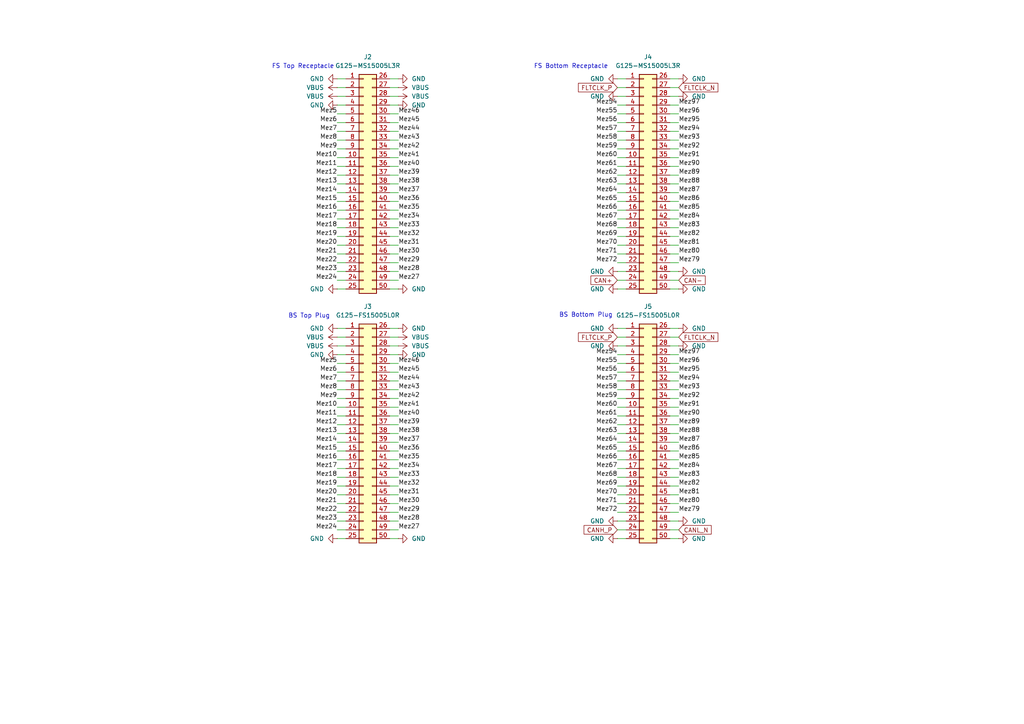
<source format=kicad_sch>
(kicad_sch (version 20250114) (generator "eeschema") (generator_version "9.0")
  (paper "A4")
  (lib_symbols
    (symbol "Connector_Generic:Conn_02x25_Top_Bottom" (pin_names (offset 1.016) (hide yes))
      (property "Reference" "J" (at 1.27 33.02 0))
      (property "Value" "Conn_02x25_Top_Bottom" (at 1.27 -33.02 0))
      (symbol "Conn_02x25_Top_Bottom_1_1"
        (rectangle (start -1.27 31.75) (end 3.81 -31.75) (stroke (width 0.254)) (fill (type background)))
        (rectangle (start -1.27 30.607) (end 0 30.353) (stroke (width 0.1524)))
        (rectangle (start -1.27 28.067) (end 0 27.813) (stroke (width 0.1524)))
        (rectangle (start -1.27 25.527) (end 0 25.273) (stroke (width 0.1524)))
        (rectangle (start -1.27 22.987) (end 0 22.733) (stroke (width 0.1524)))
        (rectangle (start -1.27 20.447) (end 0 20.193) (stroke (width 0.1524)))
        (rectangle (start -1.27 17.907) (end 0 17.653) (stroke (width 0.1524)))
        (rectangle (start -1.27 15.367) (end 0 15.113) (stroke (width 0.1524)))
        (rectangle (start -1.27 12.827) (end 0 12.573) (stroke (width 0.1524)))
        (rectangle (start -1.27 10.287) (end 0 10.033) (stroke (width 0.1524)))
        (rectangle (start -1.27 7.747) (end 0 7.493) (stroke (width 0.1524)))
        (rectangle (start -1.27 5.207) (end 0 4.953) (stroke (width 0.1524)))
        (rectangle (start -1.27 2.667) (end 0 2.413) (stroke (width 0.1524)))
        (rectangle (start -1.27 0.127) (end 0 -0.127) (stroke (width 0.1524)))
        (rectangle (start -1.27 -2.413) (end 0 -2.667) (stroke (width 0.1524)))
        (rectangle (start -1.27 -4.953) (end 0 -5.207) (stroke (width 0.1524)))
        (rectangle (start -1.27 -7.493) (end 0 -7.747) (stroke (width 0.1524)))
        (rectangle (start -1.27 -10.033) (end 0 -10.287) (stroke (width 0.1524)))
        (rectangle (start -1.27 -12.573) (end 0 -12.827) (stroke (width 0.1524)))
        (rectangle (start -1.27 -15.113) (end 0 -15.367) (stroke (width 0.1524)))
        (rectangle (start -1.27 -17.653) (end 0 -17.907) (stroke (width 0.1524)))
        (rectangle (start -1.27 -20.193) (end 0 -20.447) (stroke (width 0.1524)))
        (rectangle (start -1.27 -22.733) (end 0 -22.987) (stroke (width 0.1524)))
        (rectangle (start -1.27 -25.273) (end 0 -25.527) (stroke (width 0.1524)))
        (rectangle (start -1.27 -27.813) (end 0 -28.067) (stroke (width 0.1524)))
        (rectangle (start -1.27 -30.353) (end 0 -30.607) (stroke (width 0.1524)))
        (rectangle (start 3.81 30.607) (end 2.54 30.353) (stroke (width 0.1524)))
        (rectangle (start 3.81 28.067) (end 2.54 27.813) (stroke (width 0.1524)))
        (rectangle (start 3.81 25.527) (end 2.54 25.273) (stroke (width 0.1524)))
        (rectangle (start 3.81 22.987) (end 2.54 22.733) (stroke (width 0.1524)))
        (rectangle (start 3.81 20.447) (end 2.54 20.193) (stroke (width 0.1524)))
        (rectangle (start 3.81 17.907) (end 2.54 17.653) (stroke (width 0.1524)))
        (rectangle (start 3.81 15.367) (end 2.54 15.113) (stroke (width 0.1524)))
        (rectangle (start 3.81 12.827) (end 2.54 12.573) (stroke (width 0.1524)))
        (rectangle (start 3.81 10.287) (end 2.54 10.033) (stroke (width 0.1524)))
        (rectangle (start 3.81 7.747) (end 2.54 7.493) (stroke (width 0.1524)))
        (rectangle (start 3.81 5.207) (end 2.54 4.953) (stroke (width 0.1524)))
        (rectangle (start 3.81 2.667) (end 2.54 2.413) (stroke (width 0.1524)))
        (rectangle (start 3.81 0.127) (end 2.54 -0.127) (stroke (width 0.1524)))
        (rectangle (start 3.81 -2.413) (end 2.54 -2.667) (stroke (width 0.1524)))
        (rectangle (start 3.81 -4.953) (end 2.54 -5.207) (stroke (width 0.1524)))
        (rectangle (start 3.81 -7.493) (end 2.54 -7.747) (stroke (width 0.1524)))
        (rectangle (start 3.81 -10.033) (end 2.54 -10.287) (stroke (width 0.1524)))
        (rectangle (start 3.81 -12.573) (end 2.54 -12.827) (stroke (width 0.1524)))
        (rectangle (start 3.81 -15.113) (end 2.54 -15.367) (stroke (width 0.1524)))
        (rectangle (start 3.81 -17.653) (end 2.54 -17.907) (stroke (width 0.1524)))
        (rectangle (start 3.81 -20.193) (end 2.54 -20.447) (stroke (width 0.1524)))
        (rectangle (start 3.81 -22.733) (end 2.54 -22.987) (stroke (width 0.1524)))
        (rectangle (start 3.81 -25.273) (end 2.54 -25.527) (stroke (width 0.1524)))
        (rectangle (start 3.81 -27.813) (end 2.54 -28.067) (stroke (width 0.1524)))
        (rectangle (start 3.81 -30.353) (end 2.54 -30.607) (stroke (width 0.1524)))
        (pin passive line (at -5.08 30.48 0) (length 3.81) (name "Pin_1") (number "1"))
        (pin passive line (at -5.08 27.94 0) (length 3.81) (name "Pin_2") (number "2"))
        (pin passive line (at -5.08 25.4 0) (length 3.81) (name "Pin_3") (number "3"))
        (pin passive line (at -5.08 22.86 0) (length 3.81) (name "Pin_4") (number "4"))
        (pin passive line (at -5.08 20.32 0) (length 3.81) (name "Pin_5") (number "5"))
        (pin passive line (at -5.08 17.78 0) (length 3.81) (name "Pin_6") (number "6"))
        (pin passive line (at -5.08 15.24 0) (length 3.81) (name "Pin_7") (number "7"))
        (pin passive line (at -5.08 12.7 0) (length 3.81) (name "Pin_8") (number "8"))
        (pin passive line (at -5.08 10.16 0) (length 3.81) (name "Pin_9") (number "9"))
        (pin passive line (at -5.08 7.62 0) (length 3.81) (name "Pin_10") (number "10"))
        (pin passive line (at -5.08 5.08 0) (length 3.81) (name "Pin_11") (number "11"))
        (pin passive line (at -5.08 2.54 0) (length 3.81) (name "Pin_12") (number "12"))
        (pin passive line (at -5.08 0 0) (length 3.81) (name "Pin_13") (number "13"))
        (pin passive line (at -5.08 -2.54 0) (length 3.81) (name "Pin_14") (number "14"))
        (pin passive line (at -5.08 -5.08 0) (length 3.81) (name "Pin_15") (number "15"))
        (pin passive line (at -5.08 -7.62 0) (length 3.81) (name "Pin_16") (number "16"))
        (pin passive line (at -5.08 -10.16 0) (length 3.81) (name "Pin_17") (number "17"))
        (pin passive line (at -5.08 -12.7 0) (length 3.81) (name "Pin_18") (number "18"))
        (pin passive line (at -5.08 -15.24 0) (length 3.81) (name "Pin_19") (number "19"))
        (pin passive line (at -5.08 -17.78 0) (length 3.81) (name "Pin_20") (number "20"))
        (pin passive line (at -5.08 -20.32 0) (length 3.81) (name "Pin_21") (number "21"))
        (pin passive line (at -5.08 -22.86 0) (length 3.81) (name "Pin_22") (number "22"))
        (pin passive line (at -5.08 -25.4 0) (length 3.81) (name "Pin_23") (number "23"))
        (pin passive line (at -5.08 -27.94 0) (length 3.81) (name "Pin_24") (number "24"))
        (pin passive line (at -5.08 -30.48 0) (length 3.81) (name "Pin_25") (number "25"))
        (pin passive line (at 7.62 30.48 180) (length 3.81) (name "Pin_26") (number "26"))
        (pin passive line (at 7.62 27.94 180) (length 3.81) (name "Pin_27") (number "27"))
        (pin passive line (at 7.62 25.4 180) (length 3.81) (name "Pin_28") (number "28"))
        (pin passive line (at 7.62 22.86 180) (length 3.81) (name "Pin_29") (number "29"))
        (pin passive line (at 7.62 20.32 180) (length 3.81) (name "Pin_30") (number "30"))
        (pin passive line (at 7.62 17.78 180) (length 3.81) (name "Pin_31") (number "31"))
        (pin passive line (at 7.62 15.24 180) (length 3.81) (name "Pin_32") (number "32"))
        (pin passive line (at 7.62 12.7 180) (length 3.81) (name "Pin_33") (number "33"))
        (pin passive line (at 7.62 10.16 180) (length 3.81) (name "Pin_34") (number "34"))
        (pin passive line (at 7.62 7.62 180) (length 3.81) (name "Pin_35") (number "35"))
        (pin passive line (at 7.62 5.08 180) (length 3.81) (name "Pin_36") (number "36"))
        (pin passive line (at 7.62 2.54 180) (length 3.81) (name "Pin_37") (number "37"))
        (pin passive line (at 7.62 0 180) (length 3.81) (name "Pin_38") (number "38"))
        (pin passive line (at 7.62 -2.54 180) (length 3.81) (name "Pin_39") (number "39"))
        (pin passive line (at 7.62 -5.08 180) (length 3.81) (name "Pin_40") (number "40"))
        (pin passive line (at 7.62 -7.62 180) (length 3.81) (name "Pin_41") (number "41"))
        (pin passive line (at 7.62 -10.16 180) (length 3.81) (name "Pin_42") (number "42"))
        (pin passive line (at 7.62 -12.7 180) (length 3.81) (name "Pin_43") (number "43"))
        (pin passive line (at 7.62 -15.24 180) (length 3.81) (name "Pin_44") (number "44"))
        (pin passive line (at 7.62 -17.78 180) (length 3.81) (name "Pin_45") (number "45"))
        (pin passive line (at 7.62 -20.32 180) (length 3.81) (name "Pin_46") (number "46"))
        (pin passive line (at 7.62 -22.86 180) (length 3.81) (name "Pin_47") (number "47"))
        (pin passive line (at 7.62 -25.4 180) (length 3.81) (name "Pin_48") (number "48"))
        (pin passive line (at 7.62 -27.94 180) (length 3.81) (name "Pin_49") (number "49"))
        (pin passive line (at 7.62 -30.48 180) (length 3.81) (name "Pin_50") (number "50"))
      )
    )
    (symbol "power:GND" (power) (pin_numbers (hide yes)) (pin_names (offset 0) (hide yes))
      (property "Value" "GND" (at 0 -3.81 0))
      (symbol "GND_0_1"
        (polyline (pts (xy 0 0) (xy 0 -1.27) (xy 1.27 -1.27) (xy 0 -2.54) (xy -1.27 -1.27) (xy 0 -1.27)))
      )
      (symbol "GND_1_1"
        (pin power_in line (at 0 0 270) (length 0) (name "~") (number "1"))
      )
    )
    (symbol "power:VBUS" (power) (pin_numbers (hide yes)) (pin_names (offset 0) (hide yes))
      (property "Value" "VBUS" (at 0 3.556 0))
      (symbol "VBUS_0_1"
        (polyline (pts (xy -0.762 1.27) (xy 0 2.54)))
        (polyline (pts (xy 0 2.54) (xy 0.762 1.27)))
        (polyline (pts (xy 0 0) (xy 0 2.54)))
      )
      (symbol "VBUS_1_1"
        (pin power_in line (at 0 0 90) (length 0) (name "~") (number "1"))
      )
    )
  )
  (text "FS Bottom Receptacle" (at 165.608 19.304 0) (effects (font (size 1.27 1.27))))
  (text "BS Top Plug" (at 89.662 91.694 0) (effects (font (size 1.27 1.27))))
  (text "BS Bottom Plug" (at 169.926 91.44 0) (effects (font (size 1.27 1.27))))
  (text "FS Top Receptacle" (at 87.884 19.304 0) (effects (font (size 1.27 1.27))))
  (wire (pts (xy 179.07 133.35) (xy 181.61 133.35)))
  (wire (pts (xy 97.79 120.65) (xy 100.33 120.65)))
  (wire (pts (xy 113.03 156.21) (xy 115.57 156.21)))
  (wire (pts (xy 194.31 148.59) (xy 196.85 148.59)))
  (wire (pts (xy 194.31 115.57) (xy 196.85 115.57)))
  (wire (pts (xy 194.31 73.66) (xy 196.85 73.66)))
  (wire (pts (xy 97.79 143.51) (xy 100.33 143.51)))
  (wire (pts (xy 97.79 81.28) (xy 100.33 81.28)))
  (wire (pts (xy 97.79 146.05) (xy 100.33 146.05)))
  (wire (pts (xy 179.07 63.5) (xy 181.61 63.5)))
  (wire (pts (xy 97.79 71.12) (xy 100.33 71.12)))
  (wire (pts (xy 179.07 66.04) (xy 181.61 66.04)))
  (wire (pts (xy 97.79 125.73) (xy 100.33 125.73)))
  (wire (pts (xy 113.03 83.82) (xy 115.57 83.82)))
  (wire (pts (xy 194.31 22.86) (xy 196.85 22.86)))
  (wire (pts (xy 179.07 105.41) (xy 181.61 105.41)))
  (wire (pts (xy 179.07 71.12) (xy 181.61 71.12)))
  (wire (pts (xy 97.79 100.33) (xy 100.33 100.33)))
  (wire (pts (xy 97.79 55.88) (xy 100.33 55.88)))
  (wire (pts (xy 179.07 45.72) (xy 181.61 45.72)))
  (wire (pts (xy 113.03 115.57) (xy 115.57 115.57)))
  (wire (pts (xy 113.03 105.41) (xy 115.57 105.41)))
  (wire (pts (xy 179.07 120.65) (xy 181.61 120.65)))
  (wire (pts (xy 97.79 110.49) (xy 100.33 110.49)))
  (wire (pts (xy 194.31 81.28) (xy 196.85 81.28)))
  (wire (pts (xy 194.31 76.2) (xy 196.85 76.2)))
  (wire (pts (xy 113.03 76.2) (xy 115.57 76.2)))
  (wire (pts (xy 113.03 95.25) (xy 115.57 95.25)))
  (wire (pts (xy 179.07 107.95) (xy 181.61 107.95)))
  (wire (pts (xy 194.31 130.81) (xy 196.85 130.81)))
  (wire (pts (xy 194.31 63.5) (xy 196.85 63.5)))
  (wire (pts (xy 194.31 60.96) (xy 196.85 60.96)))
  (wire (pts (xy 97.79 53.34) (xy 100.33 53.34)))
  (wire (pts (xy 97.79 43.18) (xy 100.33 43.18)))
  (wire (pts (xy 179.07 50.8) (xy 181.61 50.8)))
  (wire (pts (xy 97.79 27.94) (xy 100.33 27.94)))
  (wire (pts (xy 179.07 128.27) (xy 181.61 128.27)))
  (wire (pts (xy 179.07 123.19) (xy 181.61 123.19)))
  (wire (pts (xy 113.03 63.5) (xy 115.57 63.5)))
  (wire (pts (xy 97.79 148.59) (xy 100.33 148.59)))
  (wire (pts (xy 194.31 153.67) (xy 196.85 153.67)))
  (wire (pts (xy 97.79 97.79) (xy 100.33 97.79)))
  (wire (pts (xy 113.03 71.12) (xy 115.57 71.12)))
  (wire (pts (xy 97.79 135.89) (xy 100.33 135.89)))
  (wire (pts (xy 113.03 120.65) (xy 115.57 120.65)))
  (wire (pts (xy 113.03 148.59) (xy 115.57 148.59)))
  (wire (pts (xy 194.31 133.35) (xy 196.85 133.35)))
  (wire (pts (xy 97.79 73.66) (xy 100.33 73.66)))
  (wire (pts (xy 179.07 53.34) (xy 181.61 53.34)))
  (wire (pts (xy 179.07 25.4) (xy 181.61 25.4)))
  (wire (pts (xy 194.31 138.43) (xy 196.85 138.43)))
  (wire (pts (xy 97.79 63.5) (xy 100.33 63.5)))
  (wire (pts (xy 194.31 100.33) (xy 196.85 100.33)))
  (wire (pts (xy 97.79 25.4) (xy 100.33 25.4)))
  (wire (pts (xy 194.31 146.05) (xy 196.85 146.05)))
  (wire (pts (xy 194.31 120.65) (xy 196.85 120.65)))
  (wire (pts (xy 113.03 66.04) (xy 115.57 66.04)))
  (wire (pts (xy 194.31 151.13) (xy 196.85 151.13)))
  (wire (pts (xy 179.07 35.56) (xy 181.61 35.56)))
  (wire (pts (xy 179.07 97.79) (xy 181.61 97.79)))
  (wire (pts (xy 97.79 58.42) (xy 100.33 58.42)))
  (wire (pts (xy 113.03 100.33) (xy 115.57 100.33)))
  (wire (pts (xy 194.31 97.79) (xy 196.85 97.79)))
  (wire (pts (xy 113.03 30.48) (xy 115.57 30.48)))
  (wire (pts (xy 113.03 151.13) (xy 115.57 151.13)))
  (wire (pts (xy 194.31 125.73) (xy 196.85 125.73)))
  (wire (pts (xy 113.03 78.74) (xy 115.57 78.74)))
  (wire (pts (xy 179.07 95.25) (xy 181.61 95.25)))
  (wire (pts (xy 194.31 128.27) (xy 196.85 128.27)))
  (wire (pts (xy 194.31 102.87) (xy 196.85 102.87)))
  (wire (pts (xy 194.31 53.34) (xy 196.85 53.34)))
  (wire (pts (xy 179.07 83.82) (xy 181.61 83.82)))
  (wire (pts (xy 194.31 83.82) (xy 196.85 83.82)))
  (wire (pts (xy 97.79 105.41) (xy 100.33 105.41)))
  (wire (pts (xy 97.79 22.86) (xy 100.33 22.86)))
  (wire (pts (xy 194.31 30.48) (xy 196.85 30.48)))
  (wire (pts (xy 179.07 113.03) (xy 181.61 113.03)))
  (wire (pts (xy 113.03 97.79) (xy 115.57 97.79)))
  (wire (pts (xy 194.31 107.95) (xy 196.85 107.95)))
  (wire (pts (xy 194.31 50.8) (xy 196.85 50.8)))
  (wire (pts (xy 194.31 68.58) (xy 196.85 68.58)))
  (wire (pts (xy 97.79 76.2) (xy 100.33 76.2)))
  (wire (pts (xy 179.07 138.43) (xy 181.61 138.43)))
  (wire (pts (xy 179.07 156.21) (xy 181.61 156.21)))
  (wire (pts (xy 97.79 107.95) (xy 100.33 107.95)))
  (wire (pts (xy 113.03 146.05) (xy 115.57 146.05)))
  (wire (pts (xy 97.79 151.13) (xy 100.33 151.13)))
  (wire (pts (xy 97.79 78.74) (xy 100.33 78.74)))
  (wire (pts (xy 97.79 123.19) (xy 100.33 123.19)))
  (wire (pts (xy 179.07 135.89) (xy 181.61 135.89)))
  (wire (pts (xy 194.31 135.89) (xy 196.85 135.89)))
  (wire (pts (xy 179.07 102.87) (xy 181.61 102.87)))
  (wire (pts (xy 113.03 123.19) (xy 115.57 123.19)))
  (wire (pts (xy 194.31 156.21) (xy 196.85 156.21)))
  (wire (pts (xy 113.03 130.81) (xy 115.57 130.81)))
  (wire (pts (xy 97.79 40.64) (xy 100.33 40.64)))
  (wire (pts (xy 194.31 123.19) (xy 196.85 123.19)))
  (wire (pts (xy 113.03 35.56) (xy 115.57 35.56)))
  (wire (pts (xy 113.03 153.67) (xy 115.57 153.67)))
  (wire (pts (xy 113.03 113.03) (xy 115.57 113.03)))
  (wire (pts (xy 179.07 48.26) (xy 181.61 48.26)))
  (wire (pts (xy 113.03 40.64) (xy 115.57 40.64)))
  (wire (pts (xy 113.03 22.86) (xy 115.57 22.86)))
  (wire (pts (xy 194.31 71.12) (xy 196.85 71.12)))
  (wire (pts (xy 113.03 107.95) (xy 115.57 107.95)))
  (wire (pts (xy 179.07 73.66) (xy 181.61 73.66)))
  (wire (pts (xy 179.07 22.86) (xy 181.61 22.86)))
  (wire (pts (xy 179.07 146.05) (xy 181.61 146.05)))
  (wire (pts (xy 97.79 60.96) (xy 100.33 60.96)))
  (wire (pts (xy 97.79 118.11) (xy 100.33 118.11)))
  (wire (pts (xy 194.31 58.42) (xy 196.85 58.42)))
  (wire (pts (xy 97.79 33.02) (xy 100.33 33.02)))
  (wire (pts (xy 194.31 33.02) (xy 196.85 33.02)))
  (wire (pts (xy 179.07 40.64) (xy 181.61 40.64)))
  (wire (pts (xy 179.07 130.81) (xy 181.61 130.81)))
  (wire (pts (xy 194.31 45.72) (xy 196.85 45.72)))
  (wire (pts (xy 194.31 38.1) (xy 196.85 38.1)))
  (wire (pts (xy 179.07 55.88) (xy 181.61 55.88)))
  (wire (pts (xy 97.79 48.26) (xy 100.33 48.26)))
  (wire (pts (xy 113.03 81.28) (xy 115.57 81.28)))
  (wire (pts (xy 97.79 153.67) (xy 100.33 153.67)))
  (wire (pts (xy 194.31 25.4) (xy 196.85 25.4)))
  (wire (pts (xy 179.07 30.48) (xy 181.61 30.48)))
  (wire (pts (xy 97.79 35.56) (xy 100.33 35.56)))
  (wire (pts (xy 194.31 78.74) (xy 196.85 78.74)))
  (wire (pts (xy 179.07 76.2) (xy 181.61 76.2)))
  (wire (pts (xy 179.07 125.73) (xy 181.61 125.73)))
  (wire (pts (xy 194.31 143.51) (xy 196.85 143.51)))
  (wire (pts (xy 179.07 115.57) (xy 181.61 115.57)))
  (wire (pts (xy 113.03 48.26) (xy 115.57 48.26)))
  (wire (pts (xy 113.03 102.87) (xy 115.57 102.87)))
  (wire (pts (xy 113.03 50.8) (xy 115.57 50.8)))
  (wire (pts (xy 179.07 140.97) (xy 181.61 140.97)))
  (wire (pts (xy 113.03 143.51) (xy 115.57 143.51)))
  (wire (pts (xy 194.31 66.04) (xy 196.85 66.04)))
  (wire (pts (xy 179.07 58.42) (xy 181.61 58.42)))
  (wire (pts (xy 113.03 110.49) (xy 115.57 110.49)))
  (wire (pts (xy 97.79 30.48) (xy 100.33 30.48)))
  (wire (pts (xy 113.03 33.02) (xy 115.57 33.02)))
  (wire (pts (xy 97.79 138.43) (xy 100.33 138.43)))
  (wire (pts (xy 97.79 115.57) (xy 100.33 115.57)))
  (wire (pts (xy 194.31 140.97) (xy 196.85 140.97)))
  (wire (pts (xy 97.79 156.21) (xy 100.33 156.21)))
  (wire (pts (xy 97.79 83.82) (xy 100.33 83.82)))
  (wire (pts (xy 194.31 48.26) (xy 196.85 48.26)))
  (wire (pts (xy 97.79 128.27) (xy 100.33 128.27)))
  (wire (pts (xy 97.79 113.03) (xy 100.33 113.03)))
  (wire (pts (xy 179.07 153.67) (xy 181.61 153.67)))
  (wire (pts (xy 113.03 53.34) (xy 115.57 53.34)))
  (wire (pts (xy 97.79 66.04) (xy 100.33 66.04)))
  (wire (pts (xy 97.79 95.25) (xy 100.33 95.25)))
  (wire (pts (xy 179.07 118.11) (xy 181.61 118.11)))
  (wire (pts (xy 113.03 128.27) (xy 115.57 128.27)))
  (wire (pts (xy 179.07 43.18) (xy 181.61 43.18)))
  (wire (pts (xy 113.03 43.18) (xy 115.57 43.18)))
  (wire (pts (xy 179.07 148.59) (xy 181.61 148.59)))
  (wire (pts (xy 113.03 55.88) (xy 115.57 55.88)))
  (wire (pts (xy 194.31 105.41) (xy 196.85 105.41)))
  (wire (pts (xy 194.31 95.25) (xy 196.85 95.25)))
  (wire (pts (xy 194.31 118.11) (xy 196.85 118.11)))
  (wire (pts (xy 194.31 55.88) (xy 196.85 55.88)))
  (wire (pts (xy 97.79 50.8) (xy 100.33 50.8)))
  (wire (pts (xy 113.03 138.43) (xy 115.57 138.43)))
  (wire (pts (xy 179.07 38.1) (xy 181.61 38.1)))
  (wire (pts (xy 113.03 60.96) (xy 115.57 60.96)))
  (wire (pts (xy 194.31 113.03) (xy 196.85 113.03)))
  (wire (pts (xy 113.03 135.89) (xy 115.57 135.89)))
  (wire (pts (xy 113.03 27.94) (xy 115.57 27.94)))
  (wire (pts (xy 179.07 27.94) (xy 181.61 27.94)))
  (wire (pts (xy 179.07 81.28) (xy 181.61 81.28)))
  (wire (pts (xy 194.31 110.49) (xy 196.85 110.49)))
  (wire (pts (xy 113.03 73.66) (xy 115.57 73.66)))
  (wire (pts (xy 194.31 43.18) (xy 196.85 43.18)))
  (wire (pts (xy 113.03 133.35) (xy 115.57 133.35)))
  (wire (pts (xy 97.79 140.97) (xy 100.33 140.97)))
  (wire (pts (xy 194.31 40.64) (xy 196.85 40.64)))
  (wire (pts (xy 113.03 140.97) (xy 115.57 140.97)))
  (wire (pts (xy 179.07 151.13) (xy 181.61 151.13)))
  (wire (pts (xy 97.79 130.81) (xy 100.33 130.81)))
  (wire (pts (xy 113.03 25.4) (xy 115.57 25.4)))
  (wire (pts (xy 194.31 35.56) (xy 196.85 35.56)))
  (wire (pts (xy 97.79 68.58) (xy 100.33 68.58)))
  (wire (pts (xy 179.07 60.96) (xy 181.61 60.96)))
  (wire (pts (xy 113.03 118.11) (xy 115.57 118.11)))
  (wire (pts (xy 179.07 33.02) (xy 181.61 33.02)))
  (wire (pts (xy 97.79 133.35) (xy 100.33 133.35)))
  (wire (pts (xy 113.03 38.1) (xy 115.57 38.1)))
  (wire (pts (xy 113.03 68.58) (xy 115.57 68.58)))
  (wire (pts (xy 97.79 102.87) (xy 100.33 102.87)))
  (wire (pts (xy 194.31 27.94) (xy 196.85 27.94)))
  (wire (pts (xy 179.07 68.58) (xy 181.61 68.58)))
  (wire (pts (xy 113.03 58.42) (xy 115.57 58.42)))
  (wire (pts (xy 179.07 78.74) (xy 181.61 78.74)))
  (wire (pts (xy 179.07 143.51) (xy 181.61 143.51)))
  (wire (pts (xy 97.79 38.1) (xy 100.33 38.1)))
  (wire (pts (xy 113.03 45.72) (xy 115.57 45.72)))
  (wire (pts (xy 97.79 45.72) (xy 100.33 45.72)))
  (wire (pts (xy 179.07 110.49) (xy 181.61 110.49)))
  (wire (pts (xy 179.07 100.33) (xy 181.61 100.33)))
  (wire (pts (xy 113.03 125.73) (xy 115.57 125.73)))
  (label "Mez69" (at 179.07 140.97 180))
  (label "Mez11" (at 97.79 48.26 180))
  (label "Mez64" (at 179.07 128.27 180))
  (label "Mez18" (at 97.79 138.43 180))
  (label "Mez46" (at 115.57 105.41 0))
  (label "Mez62" (at 179.07 123.19 180))
  (label "Mez16" (at 97.79 133.35 180))
  (label "Mez29" (at 115.57 148.59 0))
  (label "Mez86" (at 196.85 130.81 0))
  (label "Mez66" (at 179.07 60.96 180))
  (label "Mez12" (at 97.79 50.8 180))
  (label "Mez62" (at 179.07 50.8 180))
  (label "Mez64" (at 179.07 55.88 180))
  (label "Mez16" (at 97.79 60.96 180))
  (label "Mez45" (at 115.57 35.56 0))
  (label "Mez8" (at 97.79 113.03 180))
  (label "Mez80" (at 196.85 73.66 0))
  (label "Mez67" (at 179.07 63.5 180))
  (label "Mez22" (at 97.79 76.2 180))
  (label "Mez68" (at 179.07 66.04 180))
  (label "Mez15" (at 97.79 130.81 180))
  (label "Mez7" (at 97.79 38.1 180))
  (label "Mez72" (at 179.07 76.2 180))
  (label "Mez23" (at 97.79 151.13 180))
  (label "Mez85" (at 196.85 133.35 0))
  (label "Mez45" (at 115.57 107.95 0))
  (label "Mez54" (at 179.07 30.48 180))
  (label "Mez68" (at 179.07 138.43 180))
  (label "Mez22" (at 97.79 148.59 180))
  (label "Mez94" (at 196.85 110.49 0))
  (label "Mez32" (at 115.57 140.97 0))
  (label "Mez10" (at 97.79 45.72 180))
  (label "Mez30" (at 115.57 146.05 0))
  (label "Mez33" (at 115.57 66.04 0))
  (label "Mez7" (at 97.79 110.49 180))
  (label "Mez27" (at 115.57 81.28 0))
  (label "Mez11" (at 97.79 120.65 180))
  (label "Mez44" (at 115.57 38.1 0))
  (label "Mez56" (at 179.07 107.95 180))
  (label "Mez59" (at 179.07 43.18 180))
  (label "Mez87" (at 196.85 128.27 0))
  (label "Mez97" (at 196.85 102.87 0))
  (label "Mez41" (at 115.57 118.11 0))
  (label "Mez96" (at 196.85 105.41 0))
  (label "Mez40" (at 115.57 48.26 0))
  (label "Mez20" (at 97.79 71.12 180))
  (label "Mez65" (at 179.07 58.42 180))
  (label "Mez93" (at 196.85 113.03 0))
  (label "Mez90" (at 196.85 120.65 0))
  (label "Mez81" (at 196.85 143.51 0))
  (label "Mez29" (at 115.57 76.2 0))
  (label "Mez8" (at 97.79 40.64 180))
  (label "Mez95" (at 196.85 107.95 0))
  (label "Mez46" (at 115.57 33.02 0))
  (label "Mez70" (at 179.07 71.12 180))
  (label "Mez35" (at 115.57 133.35 0))
  (label "Mez12" (at 97.79 123.19 180))
  (label "Mez71" (at 179.07 73.66 180))
  (label "Mez92" (at 196.85 43.18 0))
  (label "Mez43" (at 115.57 113.03 0))
  (label "Mez56" (at 179.07 35.56 180))
  (label "Mez89" (at 196.85 123.19 0))
  (label "Mez70" (at 179.07 143.51 180))
  (label "Mez9" (at 97.79 43.18 180))
  (label "Mez33" (at 115.57 138.43 0))
  (label "Mez31" (at 115.57 71.12 0))
  (label "Mez43" (at 115.57 40.64 0))
  (label "Mez5" (at 97.79 33.02 180))
  (label "Mez88" (at 196.85 125.73 0))
  (label "Mez20" (at 97.79 143.51 180))
  (label "Mez9" (at 97.79 115.57 180))
  (label "Mez61" (at 179.07 120.65 180))
  (label "Mez61" (at 179.07 48.26 180))
  (label "Mez32" (at 115.57 68.58 0))
  (label "Mez90" (at 196.85 48.26 0))
  (label "Mez34" (at 115.57 135.89 0))
  (label "Mez19" (at 97.79 68.58 180))
  (label "Mez69" (at 179.07 68.58 180))
  (label "Mez91" (at 196.85 118.11 0))
  (label "Mez23" (at 97.79 78.74 180))
  (label "Mez71" (at 179.07 146.05 180))
  (label "Mez82" (at 196.85 68.58 0))
  (label "Mez96" (at 196.85 33.02 0))
  (label "Mez24" (at 97.79 81.28 180))
  (label "Mez58" (at 179.07 40.64 180))
  (label "Mez17" (at 97.79 135.89 180))
  (label "Mez38" (at 115.57 125.73 0))
  (label "Mez91" (at 196.85 45.72 0))
  (label "Mez17" (at 97.79 63.5 180))
  (label "Mez28" (at 115.57 78.74 0))
  (label "Mez87" (at 196.85 55.88 0))
  (label "Mez92" (at 196.85 115.57 0))
  (label "Mez6" (at 97.79 35.56 180))
  (label "Mez89" (at 196.85 50.8 0))
  (label "Mez83" (at 196.85 66.04 0))
  (label "Mez42" (at 115.57 43.18 0))
  (label "Mez85" (at 196.85 60.96 0))
  (label "Mez55" (at 179.07 33.02 180))
  (label "Mez60" (at 179.07 118.11 180))
  (label "Mez79" (at 196.85 76.2 0))
  (label "Mez13" (at 97.79 53.34 180))
  (label "Mez63" (at 179.07 125.73 180))
  (label "Mez39" (at 115.57 50.8 0))
  (label "Mez72" (at 179.07 148.59 180))
  (label "Mez37" (at 115.57 128.27 0))
  (label "Mez54" (at 179.07 102.87 180))
  (label "Mez35" (at 115.57 60.96 0))
  (label "Mez67" (at 179.07 135.89 180))
  (label "Mez10" (at 97.79 118.11 180))
  (label "Mez80" (at 196.85 146.05 0))
  (label "Mez24" (at 97.79 153.67 180))
  (label "Mez79" (at 196.85 148.59 0))
  (label "Mez44" (at 115.57 110.49 0))
  (label "Mez63" (at 179.07 53.34 180))
  (label "Mez14" (at 97.79 128.27 180))
  (label "Mez30" (at 115.57 73.66 0))
  (label "Mez41" (at 115.57 45.72 0))
  (label "Mez59" (at 179.07 115.57 180))
  (label "Mez86" (at 196.85 58.42 0))
  (label "Mez81" (at 196.85 71.12 0))
  (label "Mez58" (at 179.07 113.03 180))
  (label "Mez94" (at 196.85 38.1 0))
  (label "Mez18" (at 97.79 66.04 180))
  (label "Mez36" (at 115.57 130.81 0))
  (label "Mez38" (at 115.57 53.34 0))
  (label "Mez28" (at 115.57 151.13 0))
  (label "Mez19" (at 97.79 140.97 180))
  (label "Mez60" (at 179.07 45.72 180))
  (label "Mez27" (at 115.57 153.67 0))
  (label "Mez66" (at 179.07 133.35 180))
  (label "Mez31" (at 115.57 143.51 0))
  (label "Mez15" (at 97.79 58.42 180))
  (label "Mez14" (at 97.79 55.88 180))
  (label "Mez83" (at 196.85 138.43 0))
  (label "Mez21" (at 97.79 73.66 180))
  (label "Mez84" (at 196.85 135.89 0))
  (label "Mez6" (at 97.79 107.95 180))
  (label "Mez42" (at 115.57 115.57 0))
  (label "Mez84" (at 196.85 63.5 0))
  (label "Mez82" (at 196.85 140.97 0))
  (label "Mez65" (at 179.07 130.81 180))
  (label "Mez55" (at 179.07 105.41 180))
  (label "Mez93" (at 196.85 40.64 0))
  (label "Mez5" (at 97.79 105.41 180))
  (label "Mez57" (at 179.07 38.1 180))
  (label "Mez57" (at 179.07 110.49 180))
  (label "Mez97" (at 196.85 30.48 0))
  (label "Mez88" (at 196.85 53.34 0))
  (label "Mez37" (at 115.57 55.88 0))
  (label "Mez13" (at 97.79 125.73 180))
  (label "Mez95" (at 196.85 35.56 0))
  (label "Mez21" (at 97.79 146.05 180))
  (label "Mez36" (at 115.57 58.42 0))
  (label "Mez39" (at 115.57 123.19 0))
  (label "Mez34" (at 115.57 63.5 0))
  (label "Mez40" (at 115.57 120.65 0))
  (global_label "CAN-" (shape input) (at 196.85 81.28 0) (property "Intersheetrefs" "${INTERSHEET_REFS}" (effects (hide yes))))
  (global_label "CANH_P" (shape input) (at 179.07 153.67 180) (property "Intersheetrefs" "${INTERSHEET_REFS}" (effects (hide yes))))
  (global_label "FLTCLK_P" (shape input) (at 179.07 97.79 180) (property "Intersheetrefs" "${INTERSHEET_REFS}" (effects (hide yes))))
  (global_label "FLTCLK_N" (shape input) (at 196.85 97.79 0) (property "Intersheetrefs" "${INTERSHEET_REFS}" (effects (hide yes))))
  (global_label "CANL_N" (shape input) (at 196.85 153.67 0) (property "Intersheetrefs" "${INTERSHEET_REFS}" (effects (hide yes))))
  (global_label "CAN+" (shape input) (at 179.07 81.28 180) (property "Intersheetrefs" "${INTERSHEET_REFS}" (effects (hide yes))))
  (global_label "FLTCLK_N" (shape input) (at 196.85 25.4 0) (property "Intersheetrefs" "${INTERSHEET_REFS}" (effects (hide yes))))
  (global_label "FLTCLK_P" (shape input) (at 179.07 25.4 180) (property "Intersheetrefs" "${INTERSHEET_REFS}" (effects (hide yes))))
  (symbol (lib_id "power:GND") (at 115.57 83.82 90) (unit 1)
    (property "Reference" "#PWR031" (effects (hide yes)))
    (property "Value" "GND" (at 119.38 83.8199 90) (effects (justify right)))
    (property "Description" "Power symbol creates a global label with name \"GND\" , ground" (effects (hide yes)))
  )
  (symbol (lib_id "power:GND") (at 97.79 156.21 270) (unit 1)
    (property "Reference" "#PWR047" (effects (hide yes)))
    (property "Value" "GND" (at 93.98 156.2099 90) (effects (justify right)))
    (property "Description" "Power symbol creates a global label with name \"GND\" , ground" (effects (hide yes)))
  )
  (symbol (lib_id "Connector_Generic:Conn_02x25_Top_Bottom") (at 186.69 125.73 0) (unit 1)
    (property "Reference" "J5" (at 187.96 88.9 0))
    (property "Value" "G125-FS15005L0R" (at 187.96 91.44 0))
    (property "Footprint" "Harwin_Conn_SMT:HARWIN_G125-FS15005L0R" (effects (hide yes)))
    (property "Description" "Generic connector, double row, 02x25, top/bottom pin numbering scheme (row 1: 1...pins_per_row, row2: pins_per_row+1 ... num_pins), script generated (kicad-library-utils/schlib/autogen/connector/)" (effects (hide yes)))
  )
  (symbol (lib_id "power:GND") (at 179.07 156.21 270) (mirror x) (unit 1)
    (property "Reference" "#PWR056" (effects (hide yes)))
    (property "Value" "GND" (at 175.26 156.2099 90) (effects (justify right)))
    (property "Description" "Power symbol creates a global label with name \"GND\" , ground" (effects (hide yes)))
  )
  (symbol (lib_id "power:VBUS") (at 97.79 27.94 90) (unit 1)
    (property "Reference" "#PWR040" (effects (hide yes)))
    (property "Value" "VBUS" (at 93.98 27.9399 90) (effects (justify left)))
    (property "Description" "Power symbol creates a global label with name \"VBUS\"" (effects (hide yes)))
  )
  (symbol (lib_id "Connector_Generic:Conn_02x25_Top_Bottom") (at 105.41 125.73 0) (unit 1)
    (property "Reference" "J3" (at 106.68 88.9 0))
    (property "Value" "G125-FS15005L0R" (at 106.68 91.44 0))
    (property "Footprint" "Harwin_Conn_SMT:HARWIN_G125-FS15005L0R" (effects (hide yes)))
    (property "Description" "Generic connector, double row, 02x25, top/bottom pin numbering scheme (row 1: 1...pins_per_row, row2: pins_per_row+1 ... num_pins), script generated (kicad-library-utils/schlib/autogen/connector/)" (effects (hide yes)))
  )
  (symbol (lib_id "Connector_Generic:Conn_02x25_Top_Bottom") (at 186.69 53.34 0) (unit 1)
    (property "Reference" "J4" (at 187.96 16.51 0))
    (property "Value" "G125-MS15005L3R" (at 187.96 19.05 0))
    (property "Footprint" "Harwin_Conn_SMT:HARWIN_G125-MS15005L3R" (effects (hide yes)))
    (property "Description" "Generic connector, double row, 02x25, top/bottom pin numbering scheme (row 1: 1...pins_per_row, row2: pins_per_row+1 ... num_pins), script generated (kicad-library-utils/schlib/autogen/connector/)" (effects (hide yes)))
  )
  (symbol (lib_id "power:GND") (at 97.79 22.86 270) (unit 1)
    (property "Reference" "#PWR033" (effects (hide yes)))
    (property "Value" "GND" (at 93.98 22.8599 90) (effects (justify right)))
    (property "Description" "Power symbol creates a global label with name \"GND\" , ground" (effects (hide yes)))
  )
  (symbol (lib_id "power:VBUS") (at 97.79 25.4 90) (unit 1)
    (property "Reference" "#PWR039" (effects (hide yes)))
    (property "Value" "VBUS" (at 93.98 25.3999 90) (effects (justify left)))
    (property "Description" "Power symbol creates a global label with name \"VBUS\"" (effects (hide yes)))
  )
  (symbol (lib_id "power:GND") (at 115.57 95.25 90) (unit 1)
    (property "Reference" "#PWR048" (effects (hide yes)))
    (property "Value" "GND" (at 119.38 95.2499 90) (effects (justify right)))
    (property "Description" "Power symbol creates a global label with name \"GND\" , ground" (effects (hide yes)))
  )
  (symbol (lib_id "power:VBUS") (at 115.57 25.4 270) (unit 1)
    (property "Reference" "#PWR041" (effects (hide yes)))
    (property "Value" "VBUS" (at 119.38 25.3999 90) (effects (justify left)))
    (property "Description" "Power symbol creates a global label with name \"VBUS\"" (effects (hide yes)))
  )
  (symbol (lib_id "power:VBUS") (at 115.57 97.79 270) (unit 1)
    (property "Reference" "#PWR049" (effects (hide yes)))
    (property "Value" "VBUS" (at 119.38 97.7899 90) (effects (justify left)))
    (property "Description" "Power symbol creates a global label with name \"VBUS\"" (effects (hide yes)))
  )
  (symbol (lib_id "power:GND") (at 196.85 22.86 90) (unit 1)
    (property "Reference" "#PWR028" (effects (hide yes)))
    (property "Value" "GND" (at 200.66 22.8599 90) (effects (justify right)))
    (property "Description" "Power symbol creates a global label with name \"GND\" , ground" (effects (hide yes)))
  )
  (symbol (lib_id "power:GND") (at 196.85 27.94 90) (unit 1)
    (property "Reference" "#PWR027" (effects (hide yes)))
    (property "Value" "GND" (at 200.66 27.9399 90) (effects (justify right)))
    (property "Description" "Power symbol creates a global label with name \"GND\" , ground" (effects (hide yes)))
  )
  (symbol (lib_id "power:GND") (at 179.07 100.33 270) (mirror x) (unit 1)
    (property "Reference" "#PWR054" (effects (hide yes)))
    (property "Value" "GND" (at 175.26 100.3299 90) (effects (justify right)))
    (property "Description" "Power symbol creates a global label with name \"GND\" , ground" (effects (hide yes)))
  )
  (symbol (lib_id "power:GND") (at 196.85 100.33 90) (unit 1)
    (property "Reference" "#PWR058" (effects (hide yes)))
    (property "Value" "GND" (at 200.66 100.3299 90) (effects (justify right)))
    (property "Description" "Power symbol creates a global label with name \"GND\" , ground" (effects (hide yes)))
  )
  (symbol (lib_id "power:GND") (at 115.57 30.48 90) (unit 1)
    (property "Reference" "#PWR029" (effects (hide yes)))
    (property "Value" "GND" (at 119.38 30.4799 90) (effects (justify right)))
    (property "Description" "Power symbol creates a global label with name \"GND\" , ground" (effects (hide yes)))
  )
  (symbol (lib_id "power:VBUS") (at 115.57 100.33 270) (unit 1)
    (property "Reference" "#PWR050" (effects (hide yes)))
    (property "Value" "VBUS" (at 119.38 100.3299 90) (effects (justify left)))
    (property "Description" "Power symbol creates a global label with name \"VBUS\"" (effects (hide yes)))
  )
  (symbol (lib_id "power:GND") (at 115.57 156.21 90) (unit 1)
    (property "Reference" "#PWR052" (effects (hide yes)))
    (property "Value" "GND" (at 119.38 156.2099 90) (effects (justify right)))
    (property "Description" "Power symbol creates a global label with name \"GND\" , ground" (effects (hide yes)))
  )
  (symbol (lib_id "power:GND") (at 115.57 102.87 90) (unit 1)
    (property "Reference" "#PWR051" (effects (hide yes)))
    (property "Value" "GND" (at 119.38 102.8699 90) (effects (justify right)))
    (property "Description" "Power symbol creates a global label with name \"GND\" , ground" (effects (hide yes)))
  )
  (symbol (lib_id "power:GND") (at 97.79 95.25 270) (unit 1)
    (property "Reference" "#PWR043" (effects (hide yes)))
    (property "Value" "GND" (at 93.98 95.2499 90) (effects (justify right)))
    (property "Description" "Power symbol creates a global label with name \"GND\" , ground" (effects (hide yes)))
  )
  (symbol (lib_id "power:GND") (at 179.07 83.82 270) (mirror x) (unit 1)
    (property "Reference" "#PWR038" (effects (hide yes)))
    (property "Value" "GND" (at 175.26 83.8199 90) (effects (justify right)))
    (property "Description" "Power symbol creates a global label with name \"GND\" , ground" (effects (hide yes)))
  )
  (symbol (lib_id "power:VBUS") (at 97.79 97.79 90) (unit 1)
    (property "Reference" "#PWR044" (effects (hide yes)))
    (property "Value" "VBUS" (at 93.98 97.7899 90) (effects (justify left)))
    (property "Description" "Power symbol creates a global label with name \"VBUS\"" (effects (hide yes)))
  )
  (symbol (lib_id "power:GND") (at 196.85 83.82 90) (unit 1)
    (property "Reference" "#PWR025" (effects (hide yes)))
    (property "Value" "GND" (at 200.66 83.8199 90) (effects (justify right)))
    (property "Description" "Power symbol creates a global label with name \"GND\" , ground" (effects (hide yes)))
  )
  (symbol (lib_id "power:GND") (at 196.85 156.21 90) (unit 1)
    (property "Reference" "#PWR060" (effects (hide yes)))
    (property "Value" "GND" (at 200.66 156.2099 90) (effects (justify right)))
    (property "Description" "Power symbol creates a global label with name \"GND\" , ground" (effects (hide yes)))
  )
  (symbol (lib_id "Connector_Generic:Conn_02x25_Top_Bottom") (at 105.41 53.34 0) (unit 1)
    (property "Reference" "J2" (at 106.68 16.51 0))
    (property "Value" "G125-MS15005L3R" (at 106.68 19.05 0))
    (property "Footprint" "Harwin_Conn_SMT:HARWIN_G125-MS15005L3R" (effects (hide yes)))
    (property "Description" "Generic connector, double row, 02x25, top/bottom pin numbering scheme (row 1: 1...pins_per_row, row2: pins_per_row+1 ... num_pins), script generated (kicad-library-utils/schlib/autogen/connector/)" (effects (hide yes)))
  )
  (symbol (lib_id "power:GND") (at 179.07 151.13 270) (mirror x) (unit 1)
    (property "Reference" "#PWR055" (effects (hide yes)))
    (property "Value" "GND" (at 175.26 151.1299 90) (effects (justify right)))
    (property "Description" "Power symbol creates a global label with name \"GND\" , ground" (effects (hide yes)))
  )
  (symbol (lib_id "power:GND") (at 97.79 102.87 270) (unit 1)
    (property "Reference" "#PWR046" (effects (hide yes)))
    (property "Value" "GND" (at 93.98 102.8699 90) (effects (justify right)))
    (property "Description" "Power symbol creates a global label with name \"GND\" , ground" (effects (hide yes)))
  )
  (symbol (lib_id "power:GND") (at 179.07 22.86 270) (mirror x) (unit 1)
    (property "Reference" "#PWR035" (effects (hide yes)))
    (property "Value" "GND" (at 175.26 22.8599 90) (effects (justify right)))
    (property "Description" "Power symbol creates a global label with name \"GND\" , ground" (effects (hide yes)))
  )
  (symbol (lib_id "power:VBUS") (at 115.57 27.94 270) (unit 1)
    (property "Reference" "#PWR042" (effects (hide yes)))
    (property "Value" "VBUS" (at 119.38 27.9399 90) (effects (justify left)))
    (property "Description" "Power symbol creates a global label with name \"VBUS\"" (effects (hide yes)))
  )
  (symbol (lib_id "power:GND") (at 179.07 95.25 270) (mirror x) (unit 1)
    (property "Reference" "#PWR053" (effects (hide yes)))
    (property "Value" "GND" (at 175.26 95.2499 90) (effects (justify right)))
    (property "Description" "Power symbol creates a global label with name \"GND\" , ground" (effects (hide yes)))
  )
  (symbol (lib_id "power:GND") (at 196.85 151.13 90) (unit 1)
    (property "Reference" "#PWR059" (effects (hide yes)))
    (property "Value" "GND" (at 200.66 151.1299 90) (effects (justify right)))
    (property "Description" "Power symbol creates a global label with name \"GND\" , ground" (effects (hide yes)))
  )
  (symbol (lib_id "power:GND") (at 179.07 27.94 270) (mirror x) (unit 1)
    (property "Reference" "#PWR036" (effects (hide yes)))
    (property "Value" "GND" (at 175.26 27.9399 90) (effects (justify right)))
    (property "Description" "Power symbol creates a global label with name \"GND\" , ground" (effects (hide yes)))
  )
  (symbol (lib_id "power:GND") (at 97.79 30.48 270) (unit 1)
    (property "Reference" "#PWR034" (effects (hide yes)))
    (property "Value" "GND" (at 93.98 30.4799 90) (effects (justify right)))
    (property "Description" "Power symbol creates a global label with name \"GND\" , ground" (effects (hide yes)))
  )
  (symbol (lib_id "power:VBUS") (at 97.79 100.33 90) (unit 1)
    (property "Reference" "#PWR045" (effects (hide yes)))
    (property "Value" "VBUS" (at 93.98 100.3299 90) (effects (justify left)))
    (property "Description" "Power symbol creates a global label with name \"VBUS\"" (effects (hide yes)))
  )
  (symbol (lib_id "power:GND") (at 115.57 22.86 90) (unit 1)
    (property "Reference" "#PWR030" (effects (hide yes)))
    (property "Value" "GND" (at 119.38 22.8599 90) (effects (justify right)))
    (property "Description" "Power symbol creates a global label with name \"GND\" , ground" (effects (hide yes)))
  )
  (symbol (lib_id "power:GND") (at 97.79 83.82 270) (unit 1)
    (property "Reference" "#PWR032" (effects (hide yes)))
    (property "Value" "GND" (at 93.98 83.8199 90) (effects (justify right)))
    (property "Description" "Power symbol creates a global label with name \"GND\" , ground" (effects (hide yes)))
  )
  (symbol (lib_id "power:GND") (at 196.85 78.74 90) (unit 1)
    (property "Reference" "#PWR026" (effects (hide yes)))
    (property "Value" "GND" (at 200.66 78.7399 90) (effects (justify right)))
    (property "Description" "Power symbol creates a global label with name \"GND\" , ground" (effects (hide yes)))
  )
  (symbol (lib_id "power:GND") (at 179.07 78.74 270) (mirror x) (unit 1)
    (property "Reference" "#PWR037" (effects (hide yes)))
    (property "Value" "GND" (at 175.26 78.7399 90) (effects (justify right)))
    (property "Description" "Power symbol creates a global label with name \"GND\" , ground" (effects (hide yes)))
  )
  (symbol (lib_id "power:GND") (at 196.85 95.25 90) (unit 1)
    (property "Reference" "#PWR057" (effects (hide yes)))
    (property "Value" "GND" (at 200.66 95.2499 90) (effects (justify right)))
    (property "Description" "Power symbol creates a global label with name \"GND\" , ground" (effects (hide yes)))
  )
)
</source>
